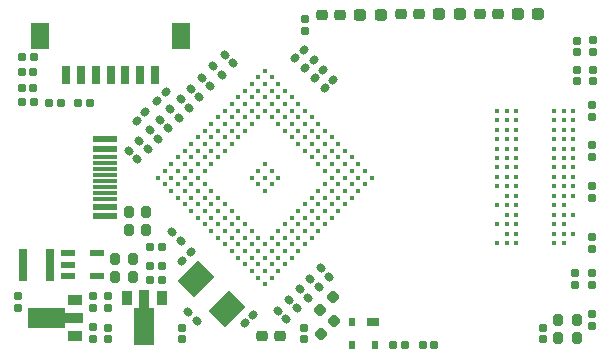
<source format=gbr>
%TF.GenerationSoftware,KiCad,Pcbnew,7.0.5-0*%
%TF.CreationDate,2023-07-21T17:37:06+08:00*%
%TF.ProjectId,slimarm_carambola,736c696d-6172-46d5-9f63-6172616d626f,rev?*%
%TF.SameCoordinates,Original*%
%TF.FileFunction,Paste,Top*%
%TF.FilePolarity,Positive*%
%FSLAX46Y46*%
G04 Gerber Fmt 4.6, Leading zero omitted, Abs format (unit mm)*
G04 Created by KiCad (PCBNEW 7.0.5-0) date 2023-07-21 17:37:06*
%MOMM*%
%LPD*%
G01*
G04 APERTURE LIST*
G04 Aperture macros list*
%AMRoundRect*
0 Rectangle with rounded corners*
0 $1 Rounding radius*
0 $2 $3 $4 $5 $6 $7 $8 $9 X,Y pos of 4 corners*
0 Add a 4 corners polygon primitive as box body*
4,1,4,$2,$3,$4,$5,$6,$7,$8,$9,$2,$3,0*
0 Add four circle primitives for the rounded corners*
1,1,$1+$1,$2,$3*
1,1,$1+$1,$4,$5*
1,1,$1+$1,$6,$7*
1,1,$1+$1,$8,$9*
0 Add four rect primitives between the rounded corners*
20,1,$1+$1,$2,$3,$4,$5,0*
20,1,$1+$1,$4,$5,$6,$7,0*
20,1,$1+$1,$6,$7,$8,$9,0*
20,1,$1+$1,$8,$9,$2,$3,0*%
%AMRotRect*
0 Rectangle, with rotation*
0 The origin of the aperture is its center*
0 $1 length*
0 $2 width*
0 $3 Rotation angle, in degrees counterclockwise*
0 Add horizontal line*
21,1,$1,$2,0,0,$3*%
%AMFreePoly0*
4,1,9,3.862500,-0.866500,0.737500,-0.866500,0.737500,-0.450000,-0.737500,-0.450000,-0.737500,0.450000,0.737500,0.450000,0.737500,0.866500,3.862500,0.866500,3.862500,-0.866500,3.862500,-0.866500,$1*%
G04 Aperture macros list end*
%ADD10RoundRect,0.150000X0.150000X-0.225000X0.150000X0.225000X-0.150000X0.225000X-0.150000X-0.225000X0*%
%ADD11RoundRect,0.150000X-0.150000X0.225000X-0.150000X-0.225000X0.150000X-0.225000X0.150000X0.225000X0*%
%ADD12R,0.600000X0.700000*%
%ADD13R,1.000000X0.700000*%
%ADD14RoundRect,0.150000X0.225000X0.150000X-0.225000X0.150000X-0.225000X-0.150000X0.225000X-0.150000X0*%
%ADD15RoundRect,0.150000X-0.053033X-0.265165X0.265165X0.053033X0.053033X0.265165X-0.265165X-0.053033X0*%
%ADD16R,1.200000X0.600000*%
%ADD17RoundRect,0.150000X0.265165X-0.053033X-0.053033X0.265165X-0.265165X0.053033X0.053033X-0.265165X0*%
%ADD18RoundRect,0.212500X0.262500X0.212500X-0.262500X0.212500X-0.262500X-0.212500X0.262500X-0.212500X0*%
%ADD19RotRect,2.000000X2.400000X135.000000*%
%ADD20RoundRect,0.212500X-0.212500X0.262500X-0.212500X-0.262500X0.212500X-0.262500X0.212500X0.262500X0*%
%ADD21R,0.800000X2.700000*%
%ADD22RoundRect,0.212500X0.035355X0.335876X-0.335876X-0.035355X-0.035355X-0.335876X0.335876X0.035355X0*%
%ADD23RoundRect,0.150000X-0.265165X0.053033X0.053033X-0.265165X0.265165X-0.053033X-0.053033X0.265165X0*%
%ADD24RoundRect,0.150000X-0.225000X-0.150000X0.225000X-0.150000X0.225000X0.150000X-0.225000X0.150000X0*%
%ADD25RoundRect,0.237500X0.287500X0.237500X-0.287500X0.237500X-0.287500X-0.237500X0.287500X-0.237500X0*%
%ADD26RoundRect,0.212500X0.212500X-0.262500X0.212500X0.262500X-0.212500X0.262500X-0.212500X-0.262500X0*%
%ADD27RoundRect,0.150000X0.053033X0.265165X-0.265165X-0.053033X-0.053033X-0.265165X0.265165X0.053033X0*%
%ADD28R,2.000000X0.600000*%
%ADD29R,2.000000X0.300000*%
%ADD30R,0.900000X1.300000*%
%ADD31FreePoly0,270.000000*%
%ADD32R,0.711200X1.600000*%
%ADD33R,1.600200X2.209800*%
%ADD34C,0.410000*%
%ADD35R,1.300000X0.900000*%
%ADD36FreePoly0,180.000000*%
G04 APERTURE END LIST*
D10*
%TO.C,C41*%
X62870000Y-36360000D03*
X62870000Y-35360000D03*
%TD*%
D11*
%TO.C,C39*%
X63030000Y-15700000D03*
X63030000Y-16700000D03*
%TD*%
%TO.C,C36*%
X64330000Y-15680000D03*
X64330000Y-16680000D03*
%TD*%
D12*
%TO.C,U4*%
X45900000Y-41500000D03*
X44000000Y-41500000D03*
X44000000Y-39500000D03*
D13*
X45700000Y-39500000D03*
%TD*%
D14*
%TO.C,R28*%
X48440000Y-41460000D03*
X47440000Y-41460000D03*
%TD*%
%TO.C,R11*%
X49930000Y-41470000D03*
X50930000Y-41470000D03*
%TD*%
D15*
%TO.C,C31*%
X34876447Y-39613553D03*
X35583553Y-38906447D03*
%TD*%
D11*
%TO.C,C23*%
X63030000Y-18160000D03*
X63030000Y-19160000D03*
%TD*%
D16*
%TO.C,U3*%
X19879050Y-33709999D03*
X19879050Y-34660000D03*
X19879050Y-35610001D03*
X22380950Y-35610001D03*
X22380950Y-33709999D03*
%TD*%
D17*
%TO.C,C28*%
X25763553Y-25743553D03*
X25056447Y-25036447D03*
%TD*%
D11*
%TO.C,C29*%
X23290000Y-37300000D03*
X23290000Y-38300000D03*
%TD*%
D17*
%TO.C,C6*%
X30823553Y-39413553D03*
X30116447Y-38706447D03*
%TD*%
%TO.C,C12*%
X39323553Y-38343553D03*
X38616447Y-37636447D03*
%TD*%
D18*
%TO.C,R21*%
X49669500Y-13460000D03*
X48145500Y-13460000D03*
%TD*%
D19*
%TO.C,Y1*%
X33378148Y-38458148D03*
X30761852Y-35841852D03*
%TD*%
D18*
%TO.C,R20*%
X56332000Y-13460000D03*
X54808000Y-13460000D03*
%TD*%
%TO.C,R3*%
X37892000Y-40700000D03*
X36368000Y-40700000D03*
%TD*%
D17*
%TO.C,C13*%
X41133553Y-36563553D03*
X40426447Y-35856447D03*
%TD*%
D20*
%TO.C,R15*%
X61440000Y-39318000D03*
X61440000Y-40842000D03*
%TD*%
D21*
%TO.C,L1*%
X18430000Y-34680000D03*
X16130000Y-34680000D03*
%TD*%
D11*
%TO.C,R10*%
X39880000Y-40000000D03*
X39880000Y-41000000D03*
%TD*%
D22*
%TO.C,R26*%
X42448815Y-39461185D03*
X41371185Y-40538815D03*
%TD*%
D11*
%TO.C,C17*%
X60100000Y-40000000D03*
X60100000Y-41000000D03*
%TD*%
D14*
%TO.C,C27*%
X27880000Y-33180000D03*
X26880000Y-33180000D03*
%TD*%
D23*
%TO.C,C2*%
X33186447Y-16886447D03*
X33893553Y-17593553D03*
%TD*%
D17*
%TO.C,C15*%
X40223553Y-37453553D03*
X39516447Y-36746447D03*
%TD*%
D24*
%TO.C,R23*%
X15984999Y-18361893D03*
X16984999Y-18361893D03*
%TD*%
D10*
%TO.C,C33*%
X22060000Y-38330000D03*
X22060000Y-37330000D03*
%TD*%
D24*
%TO.C,R24*%
X15994999Y-17121893D03*
X16994999Y-17121893D03*
%TD*%
D14*
%TO.C,R2*%
X19300000Y-21000000D03*
X18300000Y-21000000D03*
%TD*%
D25*
%TO.C,D3*%
X46415000Y-13520000D03*
X44665000Y-13520000D03*
%TD*%
D10*
%TO.C,R9*%
X39980000Y-14910000D03*
X39980000Y-13910000D03*
%TD*%
D15*
%TO.C,R19*%
X27486447Y-20793553D03*
X28193553Y-20086447D03*
%TD*%
D26*
%TO.C,R7*%
X26540000Y-31762000D03*
X26540000Y-30238000D03*
%TD*%
D23*
%TO.C,C3*%
X30326447Y-19796447D03*
X31033553Y-20503553D03*
%TD*%
D11*
%TO.C,C38*%
X15690000Y-37350000D03*
X15690000Y-38350000D03*
%TD*%
D23*
%TO.C,C5*%
X32216447Y-17876447D03*
X32923553Y-18583553D03*
%TD*%
D27*
%TO.C,R16*%
X26443553Y-21786447D03*
X25736447Y-22493553D03*
%TD*%
D10*
%TO.C,C22*%
X64270000Y-33320000D03*
X64270000Y-32320000D03*
%TD*%
D26*
%TO.C,R6*%
X25400000Y-35752000D03*
X25400000Y-34228000D03*
%TD*%
D24*
%TO.C,R13*%
X15994999Y-20931893D03*
X16994999Y-20931893D03*
%TD*%
D28*
%TO.C,J1*%
X23031000Y-24070000D03*
X23031000Y-24870000D03*
D29*
X23031000Y-26070000D03*
X23031000Y-27070000D03*
X23031000Y-27570000D03*
X23031000Y-28570000D03*
D28*
X23031000Y-29770000D03*
X23031000Y-30570000D03*
X23031000Y-30570000D03*
X23031000Y-29770000D03*
D29*
X23031000Y-29070000D03*
X23031000Y-28070000D03*
X23031000Y-26570000D03*
X23031000Y-25570000D03*
D28*
X23031000Y-24870000D03*
X23031000Y-24070000D03*
%TD*%
D10*
%TO.C,C30*%
X22060000Y-40980000D03*
X22060000Y-39980000D03*
%TD*%
D11*
%TO.C,C19*%
X64310000Y-21140000D03*
X64310000Y-22140000D03*
%TD*%
D25*
%TO.C,D1*%
X59732500Y-13460000D03*
X57982500Y-13460000D03*
%TD*%
D23*
%TO.C,C1*%
X31256447Y-18846447D03*
X31963553Y-19553553D03*
%TD*%
D26*
%TO.C,R4*%
X23879050Y-35752001D03*
X23879050Y-34228001D03*
%TD*%
D10*
%TO.C,C21*%
X64270000Y-29050000D03*
X64270000Y-28050000D03*
%TD*%
D24*
%TO.C,R1*%
X20790000Y-20990000D03*
X21790000Y-20990000D03*
%TD*%
D27*
%TO.C,C9*%
X42343553Y-18996447D03*
X41636447Y-19703553D03*
%TD*%
D30*
%TO.C,U5*%
X27890000Y-37480000D03*
D31*
X26390000Y-37567500D03*
D30*
X24890000Y-37480000D03*
%TD*%
D26*
%TO.C,R14*%
X62970000Y-40842000D03*
X62970000Y-39318000D03*
%TD*%
D17*
%TO.C,R12*%
X30163553Y-21373553D03*
X29456447Y-20666447D03*
%TD*%
D27*
%TO.C,C32*%
X30313553Y-33626447D03*
X29606447Y-34333553D03*
%TD*%
%TO.C,C10*%
X41543553Y-18166447D03*
X40836447Y-18873553D03*
%TD*%
D17*
%TO.C,R25*%
X28403553Y-23113553D03*
X27696447Y-22406447D03*
%TD*%
D10*
%TO.C,C26*%
X64300000Y-39840000D03*
X64300000Y-38840000D03*
%TD*%
D17*
%TO.C,C14*%
X38413553Y-39283553D03*
X37706447Y-38576447D03*
%TD*%
%TO.C,C16*%
X42013553Y-35683553D03*
X41306447Y-34976447D03*
%TD*%
D26*
%TO.C,R5*%
X25070000Y-31752000D03*
X25070000Y-30228000D03*
%TD*%
D32*
%TO.C,J4*%
X19767100Y-18572000D03*
X21017100Y-18572000D03*
X22267100Y-18572000D03*
X23517100Y-18572000D03*
X24767100Y-18572000D03*
X26017100Y-18572000D03*
X27267100Y-18572000D03*
D33*
X29514200Y-15270000D03*
X17520000Y-15270000D03*
%TD*%
D17*
%TO.C,R17*%
X27523553Y-24013553D03*
X26816447Y-23306447D03*
%TD*%
D27*
%TO.C,C7*%
X39883553Y-16496447D03*
X39176447Y-17203553D03*
%TD*%
D10*
%TO.C,C24*%
X64290000Y-36390000D03*
X64290000Y-35390000D03*
%TD*%
D24*
%TO.C,R22*%
X15984999Y-19681893D03*
X16984999Y-19681893D03*
%TD*%
D34*
%TO.C,U2*%
X56269600Y-21639300D03*
X57069700Y-21639300D03*
X57869800Y-21639300D03*
X61070200Y-21639300D03*
X61870300Y-21639300D03*
X62670400Y-21639300D03*
X56269600Y-22439400D03*
X57069700Y-22439400D03*
X57869800Y-22439400D03*
X61070200Y-22439400D03*
X61870300Y-22439400D03*
X62670400Y-22439400D03*
X56269600Y-23239500D03*
X57069700Y-23239500D03*
X57869800Y-23239500D03*
X61070200Y-23239500D03*
X61870300Y-23239500D03*
X62670400Y-23239500D03*
X56269600Y-24039600D03*
X57069700Y-24039600D03*
X57869800Y-24039600D03*
X61070200Y-24039600D03*
X61870300Y-24039600D03*
X62670400Y-24039600D03*
X56269600Y-24839700D03*
X57069700Y-24839700D03*
X57869800Y-24839700D03*
X61070200Y-24839700D03*
X61870300Y-24839700D03*
X62670400Y-24839700D03*
X56269600Y-25639800D03*
X57069700Y-25639800D03*
X57869800Y-25639800D03*
X61070200Y-25639800D03*
X61870300Y-25639800D03*
X62670400Y-25639800D03*
X56269600Y-26439900D03*
X57069700Y-26439900D03*
X57869800Y-26439900D03*
X61070200Y-26439900D03*
X61870300Y-26439900D03*
X62670400Y-26439900D03*
X56269600Y-27240000D03*
X57069700Y-27240000D03*
X57869800Y-27240000D03*
X61070200Y-27240000D03*
X61870300Y-27240000D03*
X62670400Y-27240000D03*
X56269600Y-28040100D03*
X57069700Y-28040100D03*
X57869800Y-28040100D03*
X61070200Y-28040100D03*
X61870300Y-28040100D03*
X62670400Y-28040100D03*
X57069700Y-28840200D03*
X57869800Y-28840200D03*
X61070200Y-28840200D03*
X61870300Y-28840200D03*
X62670400Y-28840200D03*
X56269600Y-29640300D03*
X57069700Y-29640300D03*
X57869800Y-29640300D03*
X61070200Y-29640300D03*
X61870300Y-29640300D03*
X57069700Y-30440400D03*
X57869800Y-30440400D03*
X61070200Y-30440400D03*
X61870300Y-30440400D03*
X62670400Y-30440400D03*
X56269600Y-31240500D03*
X57069700Y-31240500D03*
X57869800Y-31240500D03*
X61070200Y-31240500D03*
X61870300Y-31240500D03*
X57069700Y-32040600D03*
X57869800Y-32040600D03*
X61070200Y-32040600D03*
X61870300Y-32040600D03*
X62670400Y-32040600D03*
X56269600Y-32840700D03*
X57069700Y-32840700D03*
X57869800Y-32840700D03*
X61070200Y-32840700D03*
X61870300Y-32840700D03*
%TD*%
D11*
%TO.C,C20*%
X64310000Y-24520000D03*
X64310000Y-25520000D03*
%TD*%
D10*
%TO.C,C34*%
X23270000Y-40990000D03*
X23270000Y-39990000D03*
%TD*%
D17*
%TO.C,R18*%
X29283553Y-22233553D03*
X28576447Y-21526447D03*
%TD*%
D22*
%TO.C,R27*%
X42358815Y-37431185D03*
X41281185Y-38508815D03*
%TD*%
D25*
%TO.C,D2*%
X53080000Y-13480000D03*
X51330000Y-13480000D03*
%TD*%
D27*
%TO.C,C11*%
X40723553Y-17326447D03*
X40016447Y-18033553D03*
%TD*%
D11*
%TO.C,C25*%
X64340000Y-18160000D03*
X64340000Y-19160000D03*
%TD*%
D34*
%TO.C,U1*%
X36590000Y-18239033D03*
X37155685Y-18804719D03*
X37721371Y-19370404D03*
X38287056Y-19936089D03*
X38852742Y-20501775D03*
X39418427Y-21067460D03*
X39984113Y-21633146D03*
X40549798Y-22198831D03*
X41115483Y-22764517D03*
X41681169Y-23330202D03*
X42246854Y-23895887D03*
X42812540Y-24461573D03*
X43378225Y-25027258D03*
X43943911Y-25592944D03*
X44509596Y-26158629D03*
X45075281Y-26724315D03*
X45640967Y-27290000D03*
X36024315Y-18804719D03*
X36590000Y-19370404D03*
X37155685Y-19936089D03*
X37721371Y-20501775D03*
X38287056Y-21067460D03*
X38852742Y-21633146D03*
X39418427Y-22198831D03*
X39984113Y-22764517D03*
X40549798Y-23330202D03*
X41115483Y-23895887D03*
X41681169Y-24461573D03*
X42246854Y-25027258D03*
X42812540Y-25592944D03*
X43378225Y-26158629D03*
X43943911Y-26724315D03*
X44509596Y-27290000D03*
X45075281Y-27855685D03*
X35458629Y-19370404D03*
X36024315Y-19936089D03*
X36590000Y-20501775D03*
X37155685Y-21067460D03*
X37721371Y-21633146D03*
X38287056Y-22198831D03*
X38852742Y-22764517D03*
X39418427Y-23330202D03*
X39984113Y-23895887D03*
X40549798Y-24461573D03*
X41115483Y-25027258D03*
X41681169Y-25592944D03*
X42246854Y-26158629D03*
X42812540Y-26724315D03*
X43378225Y-27290000D03*
X43943911Y-27855685D03*
X44509596Y-28421371D03*
X34892944Y-19936089D03*
X35458629Y-20501775D03*
X36024315Y-21067460D03*
X36590000Y-21633146D03*
X37155685Y-22198831D03*
X37721371Y-22764517D03*
X38287056Y-23330202D03*
X38852742Y-23895887D03*
X39418427Y-24461573D03*
X39984113Y-25027258D03*
X40549798Y-25592944D03*
X41115483Y-26158629D03*
X41681169Y-26724315D03*
X42246854Y-27290000D03*
X42812540Y-27855685D03*
X43378225Y-28421371D03*
X43943911Y-28987056D03*
X34327258Y-20501775D03*
X34892944Y-21067460D03*
X35458629Y-21633146D03*
X36024315Y-22198831D03*
X41681169Y-27855685D03*
X42246854Y-28421371D03*
X42812540Y-28987056D03*
X43378225Y-29552742D03*
X33761573Y-21067460D03*
X34327258Y-21633146D03*
X34892944Y-22198831D03*
X35458629Y-22764517D03*
X41115483Y-28421371D03*
X41681169Y-28987056D03*
X42246854Y-29552742D03*
X42812540Y-30118427D03*
X33195887Y-21633146D03*
X33761573Y-22198831D03*
X34327258Y-22764517D03*
X34892944Y-23330202D03*
X40549798Y-28987056D03*
X41115483Y-29552742D03*
X41681169Y-30118427D03*
X42246854Y-30684113D03*
X32630202Y-22198831D03*
X33195887Y-22764517D03*
X33761573Y-23330202D03*
X34327258Y-23895887D03*
X36590000Y-26158629D03*
X37155685Y-26724315D03*
X37721371Y-27290000D03*
X39984113Y-29552742D03*
X40549798Y-30118427D03*
X41115483Y-30684113D03*
X41681169Y-31249798D03*
X32064517Y-22764517D03*
X32630202Y-23330202D03*
X33195887Y-23895887D03*
X33761573Y-24461573D03*
X36024315Y-26724315D03*
X36590000Y-27290000D03*
X37155685Y-27855685D03*
X39418427Y-30118427D03*
X39984113Y-30684113D03*
X40549798Y-31249798D03*
X41115483Y-31815483D03*
X31498831Y-23330202D03*
X32064517Y-23895887D03*
X32630202Y-24461573D03*
X33195887Y-25027258D03*
X35458629Y-27290000D03*
X36024315Y-27855685D03*
X36590000Y-28421371D03*
X38852742Y-30684113D03*
X39418427Y-31249798D03*
X39984113Y-31815483D03*
X40549798Y-32381169D03*
X30933146Y-23895887D03*
X31498831Y-24461573D03*
X32064517Y-25027258D03*
X32630202Y-25592944D03*
X38287056Y-31249798D03*
X38852742Y-31815483D03*
X39418427Y-32381169D03*
X39984113Y-32946854D03*
X30367460Y-24461573D03*
X30933146Y-25027258D03*
X31498831Y-25592944D03*
X32064517Y-26158629D03*
X37721371Y-31815483D03*
X38287056Y-32381169D03*
X38852742Y-32946854D03*
X39418427Y-33512540D03*
X29801775Y-25027258D03*
X30367460Y-25592944D03*
X30933146Y-26158629D03*
X31498831Y-26724315D03*
X37155685Y-32381169D03*
X37721371Y-32946854D03*
X38287056Y-33512540D03*
X38852742Y-34078225D03*
X29236089Y-25592944D03*
X29801775Y-26158629D03*
X30367460Y-26724315D03*
X30933146Y-27290000D03*
X31498831Y-27855685D03*
X32064517Y-28421371D03*
X32630202Y-28987056D03*
X33195887Y-29552742D03*
X33761573Y-30118427D03*
X34327258Y-30684113D03*
X34892944Y-31249798D03*
X35458629Y-31815483D03*
X36024315Y-32381169D03*
X36590000Y-32946854D03*
X37155685Y-33512540D03*
X37721371Y-34078225D03*
X38287056Y-34643911D03*
X28670404Y-26158629D03*
X29236089Y-26724315D03*
X29801775Y-27290000D03*
X30367460Y-27855685D03*
X30933146Y-28421371D03*
X31498831Y-28987056D03*
X32064517Y-29552742D03*
X32630202Y-30118427D03*
X33195887Y-30684113D03*
X33761573Y-31249798D03*
X34327258Y-31815483D03*
X34892944Y-32381169D03*
X35458629Y-32946854D03*
X36024315Y-33512540D03*
X36590000Y-34078225D03*
X37155685Y-34643911D03*
X37721371Y-35209596D03*
X28104719Y-26724315D03*
X28670404Y-27290000D03*
X29236089Y-27855685D03*
X29801775Y-28421371D03*
X30367460Y-28987056D03*
X30933146Y-29552742D03*
X31498831Y-30118427D03*
X32064517Y-30684113D03*
X32630202Y-31249798D03*
X33195887Y-31815483D03*
X33761573Y-32381169D03*
X34327258Y-32946854D03*
X34892944Y-33512540D03*
X35458629Y-34078225D03*
X36024315Y-34643911D03*
X36590000Y-35209596D03*
X37155685Y-35775281D03*
X27539033Y-27290000D03*
X28104719Y-27855685D03*
X28670404Y-28421371D03*
X29236089Y-28987056D03*
X29801775Y-29552742D03*
X30367460Y-30118427D03*
X30933146Y-30684113D03*
X31498831Y-31249798D03*
X32064517Y-31815483D03*
X32630202Y-32381169D03*
X33195887Y-32946854D03*
X33761573Y-33512540D03*
X34327258Y-34078225D03*
X34892944Y-34643911D03*
X35458629Y-35209596D03*
X36024315Y-35775281D03*
X36590000Y-36340967D03*
%TD*%
D35*
%TO.C,U7*%
X20510000Y-40690000D03*
D36*
X20422500Y-39190000D03*
D35*
X20510000Y-37690000D03*
%TD*%
D17*
%TO.C,C8*%
X26663553Y-24873553D03*
X25956447Y-24166447D03*
%TD*%
D24*
%TO.C,C18*%
X26850000Y-34800000D03*
X27850000Y-34800000D03*
%TD*%
D10*
%TO.C,C37*%
X29560000Y-41000000D03*
X29560000Y-40000000D03*
%TD*%
D23*
%TO.C,C4*%
X28737154Y-31925740D03*
X29444260Y-32632846D03*
%TD*%
D18*
%TO.C,R8*%
X42964500Y-13500000D03*
X41440500Y-13500000D03*
%TD*%
D14*
%TO.C,C35*%
X27860000Y-35980000D03*
X26860000Y-35980000D03*
%TD*%
M02*

</source>
